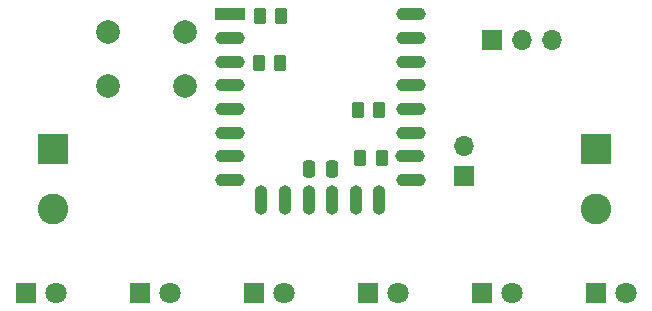
<source format=gbr>
%TF.GenerationSoftware,KiCad,Pcbnew,8.0.1*%
%TF.CreationDate,2024-06-21T13:32:41-03:00*%
%TF.ProjectId,bycicle-speedometer-v2,62796369-636c-4652-9d73-706565646f6d,rev?*%
%TF.SameCoordinates,Original*%
%TF.FileFunction,Soldermask,Bot*%
%TF.FilePolarity,Negative*%
%FSLAX46Y46*%
G04 Gerber Fmt 4.6, Leading zero omitted, Abs format (unit mm)*
G04 Created by KiCad (PCBNEW 8.0.1) date 2024-06-21 13:32:41*
%MOMM*%
%LPD*%
G01*
G04 APERTURE LIST*
G04 Aperture macros list*
%AMRoundRect*
0 Rectangle with rounded corners*
0 $1 Rounding radius*
0 $2 $3 $4 $5 $6 $7 $8 $9 X,Y pos of 4 corners*
0 Add a 4 corners polygon primitive as box body*
4,1,4,$2,$3,$4,$5,$6,$7,$8,$9,$2,$3,0*
0 Add four circle primitives for the rounded corners*
1,1,$1+$1,$2,$3*
1,1,$1+$1,$4,$5*
1,1,$1+$1,$6,$7*
1,1,$1+$1,$8,$9*
0 Add four rect primitives between the rounded corners*
20,1,$1+$1,$2,$3,$4,$5,0*
20,1,$1+$1,$4,$5,$6,$7,0*
20,1,$1+$1,$6,$7,$8,$9,0*
20,1,$1+$1,$8,$9,$2,$3,0*%
G04 Aperture macros list end*
%ADD10R,1.800000X1.800000*%
%ADD11C,1.800000*%
%ADD12C,2.000000*%
%ADD13R,2.600000X2.600000*%
%ADD14C,2.600000*%
%ADD15R,1.700000X1.700000*%
%ADD16O,1.700000X1.700000*%
%ADD17R,2.500000X1.100000*%
%ADD18O,2.500000X1.100000*%
%ADD19O,1.100000X2.500000*%
%ADD20RoundRect,0.250000X-0.250000X-0.475000X0.250000X-0.475000X0.250000X0.475000X-0.250000X0.475000X0*%
%ADD21RoundRect,0.250000X-0.262500X-0.450000X0.262500X-0.450000X0.262500X0.450000X-0.262500X0.450000X0*%
%ADD22RoundRect,0.250000X0.262500X0.450000X-0.262500X0.450000X-0.262500X-0.450000X0.262500X-0.450000X0*%
G04 APERTURE END LIST*
D10*
%TO.C,D3*%
X179324000Y-92456000D03*
D11*
X181864000Y-92456000D03*
%TD*%
D10*
%TO.C,D4*%
X188976000Y-92456000D03*
D11*
X191516000Y-92456000D03*
%TD*%
D12*
%TO.C,SW1*%
X173430000Y-74894000D03*
X166930000Y-74894000D03*
X173430000Y-70394000D03*
X166930000Y-70394000D03*
%TD*%
D13*
%TO.C,J1*%
X208280000Y-80264000D03*
D14*
X208280000Y-85344000D03*
%TD*%
D15*
%TO.C,J4*%
X199460000Y-71000000D03*
D16*
X202000000Y-71000000D03*
X204540000Y-71000000D03*
%TD*%
D17*
%TO.C,U1*%
X177238500Y-68872000D03*
D18*
X177238500Y-70872000D03*
X177238500Y-72872000D03*
X177238500Y-74872000D03*
X177238500Y-76872000D03*
X177238500Y-78872000D03*
X177238500Y-80872000D03*
X177238500Y-82872000D03*
X192638500Y-82872000D03*
X192538500Y-80872000D03*
X192638500Y-78872000D03*
X192638500Y-76872000D03*
X192638500Y-74872000D03*
X192638500Y-72872000D03*
X192638500Y-70872000D03*
X192638500Y-68872000D03*
D19*
X179928500Y-84572000D03*
X181928500Y-84572000D03*
X183928500Y-84572000D03*
X185928500Y-84572000D03*
X187928500Y-84572000D03*
X189928500Y-84572000D03*
%TD*%
D10*
%TO.C,D6*%
X208280000Y-92456000D03*
D11*
X210820000Y-92456000D03*
%TD*%
D15*
%TO.C,J2*%
X197104000Y-82555000D03*
D16*
X197104000Y-80015000D03*
%TD*%
D10*
%TO.C,D2*%
X169672000Y-92456000D03*
D11*
X172212000Y-92456000D03*
%TD*%
D10*
%TO.C,D5*%
X198628000Y-92456000D03*
D11*
X201168000Y-92456000D03*
%TD*%
D13*
%TO.C,J3*%
X162255000Y-80259000D03*
D14*
X162255000Y-85339000D03*
%TD*%
D10*
%TO.C,D1*%
X160020000Y-92456000D03*
D11*
X162560000Y-92456000D03*
%TD*%
D20*
%TO.C,C1*%
X184000000Y-82000000D03*
X185900000Y-82000000D03*
%TD*%
D21*
%TO.C,R3*%
X188081500Y-77000000D03*
X189906500Y-77000000D03*
%TD*%
D22*
%TO.C,R1*%
X181525000Y-73000000D03*
X179700000Y-73000000D03*
%TD*%
%TO.C,R5*%
X190112500Y-81000000D03*
X188287500Y-81000000D03*
%TD*%
%TO.C,R2*%
X181612500Y-69000000D03*
X179787500Y-69000000D03*
%TD*%
M02*

</source>
